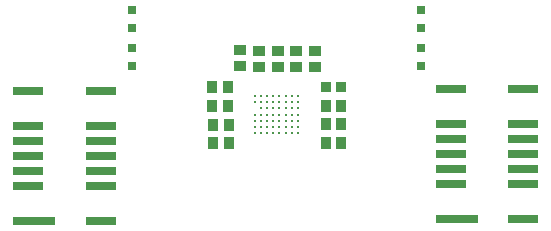
<source format=gbp>
G04*
G04 #@! TF.GenerationSoftware,Altium Limited,Altium Designer,19.0.11 (319)*
G04*
G04 Layer_Color=128*
%FSLAX25Y25*%
%MOIN*%
G70*
G01*
G75*
%ADD16R,0.03543X0.03937*%
%ADD17R,0.03937X0.03543*%
%ADD18R,0.03347X0.03740*%
%ADD46C,0.00890*%
%ADD47R,0.10236X0.03150*%
%ADD48R,0.10236X0.02756*%
%ADD49R,0.14173X0.03150*%
%ADD50R,0.03150X0.03150*%
D16*
X-20866Y-2953D02*
D03*
X-15551D02*
D03*
X-21063Y3347D02*
D03*
X-15748D02*
D03*
X-21063Y9547D02*
D03*
X-15748D02*
D03*
X21949Y-8957D02*
D03*
X16634D02*
D03*
X21949Y-2756D02*
D03*
X16634D02*
D03*
X21949Y3445D02*
D03*
X16634D02*
D03*
X-15650Y-9154D02*
D03*
X-20965D02*
D03*
D17*
X-11713Y16535D02*
D03*
Y21850D02*
D03*
X-5512Y21752D02*
D03*
Y16437D02*
D03*
X13189Y21752D02*
D03*
Y16437D02*
D03*
X689Y16437D02*
D03*
Y21752D02*
D03*
X6890Y16437D02*
D03*
Y21752D02*
D03*
D18*
X21850Y9744D02*
D03*
X16732D02*
D03*
D46*
X-6945Y-5669D02*
D03*
X-4898D02*
D03*
X-2850D02*
D03*
X-803D02*
D03*
X1244D02*
D03*
X3291D02*
D03*
X5339D02*
D03*
X7386D02*
D03*
X-6945Y-3622D02*
D03*
X-4898D02*
D03*
X-2850D02*
D03*
X-803D02*
D03*
X1244D02*
D03*
X3291D02*
D03*
X5339D02*
D03*
X7386D02*
D03*
X-6945Y-1575D02*
D03*
X-4898D02*
D03*
X-2850D02*
D03*
X-803D02*
D03*
X1244D02*
D03*
X3291D02*
D03*
X5339D02*
D03*
X7386D02*
D03*
X-6945Y472D02*
D03*
X-4898D02*
D03*
X-2850D02*
D03*
X-803D02*
D03*
X1244D02*
D03*
X3291D02*
D03*
X5339D02*
D03*
X7386D02*
D03*
X-4898Y2520D02*
D03*
X-2850D02*
D03*
X-803D02*
D03*
X1244D02*
D03*
X3291D02*
D03*
X5339D02*
D03*
X7386D02*
D03*
X-6945Y4567D02*
D03*
X-4898D02*
D03*
X-2850D02*
D03*
X-803D02*
D03*
X1244D02*
D03*
X3291D02*
D03*
X5339D02*
D03*
X7386D02*
D03*
X-6945Y6614D02*
D03*
X-4898D02*
D03*
X-2850D02*
D03*
X-803D02*
D03*
X1244D02*
D03*
X3291D02*
D03*
X5339D02*
D03*
X7386D02*
D03*
D47*
X-58366Y-34921D02*
D03*
Y8386D02*
D03*
X-82382D02*
D03*
X82382Y-34252D02*
D03*
Y9055D02*
D03*
X58366D02*
D03*
D48*
X-58366Y-23268D02*
D03*
Y-18268D02*
D03*
Y-13268D02*
D03*
Y-8268D02*
D03*
Y-3268D02*
D03*
X-82382D02*
D03*
Y-8268D02*
D03*
Y-13268D02*
D03*
Y-18268D02*
D03*
Y-23268D02*
D03*
X82382Y-22598D02*
D03*
Y-17598D02*
D03*
Y-12598D02*
D03*
Y-7598D02*
D03*
Y-2598D02*
D03*
X58366D02*
D03*
Y-7598D02*
D03*
Y-12598D02*
D03*
Y-17598D02*
D03*
Y-22598D02*
D03*
D49*
X-80413Y-34921D02*
D03*
X60335Y-34252D02*
D03*
D50*
X48327Y22539D02*
D03*
Y16634D02*
D03*
X-47933Y22539D02*
D03*
Y16634D02*
D03*
X48327Y35335D02*
D03*
Y29429D02*
D03*
X-47933Y35335D02*
D03*
Y29429D02*
D03*
M02*

</source>
